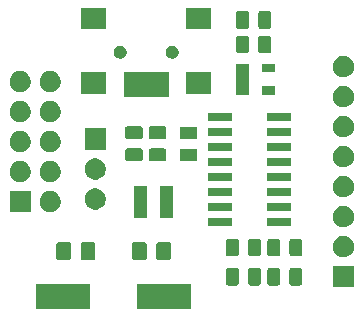
<source format=gbr>
G04 #@! TF.GenerationSoftware,KiCad,Pcbnew,5.1.5-52549c5~84~ubuntu18.04.1*
G04 #@! TF.CreationDate,2019-12-06T09:58:59+01:00*
G04 #@! TF.ProjectId,ch340-breakout,63683334-302d-4627-9265-616b6f75742e,rev?*
G04 #@! TF.SameCoordinates,Original*
G04 #@! TF.FileFunction,Soldermask,Top*
G04 #@! TF.FilePolarity,Negative*
%FSLAX46Y46*%
G04 Gerber Fmt 4.6, Leading zero omitted, Abs format (unit mm)*
G04 Created by KiCad (PCBNEW 5.1.5-52549c5~84~ubuntu18.04.1) date 2019-12-06 09:58:59*
%MOMM*%
%LPD*%
G04 APERTURE LIST*
%ADD10C,0.150000*%
G04 APERTURE END LIST*
D10*
G36*
X157198400Y-84921800D02*
G01*
X152596400Y-84921800D01*
X152596400Y-82819800D01*
X157198400Y-82819800D01*
X157198400Y-84921800D01*
G37*
G36*
X148698400Y-84921800D02*
G01*
X144096400Y-84921800D01*
X144096400Y-82819800D01*
X148698400Y-82819800D01*
X148698400Y-84921800D01*
G37*
G36*
X171004800Y-83120800D02*
G01*
X169202800Y-83120800D01*
X169202800Y-81318800D01*
X171004800Y-81318800D01*
X171004800Y-83120800D01*
G37*
G36*
X162957368Y-81473365D02*
G01*
X162996038Y-81485096D01*
X163031677Y-81504146D01*
X163062917Y-81529783D01*
X163088554Y-81561023D01*
X163107604Y-81596662D01*
X163119335Y-81635332D01*
X163123900Y-81681688D01*
X163123900Y-82757912D01*
X163119335Y-82804268D01*
X163107604Y-82842938D01*
X163088554Y-82878577D01*
X163062917Y-82909817D01*
X163031677Y-82935454D01*
X162996038Y-82954504D01*
X162957368Y-82966235D01*
X162911012Y-82970800D01*
X162259788Y-82970800D01*
X162213432Y-82966235D01*
X162174762Y-82954504D01*
X162139123Y-82935454D01*
X162107883Y-82909817D01*
X162082246Y-82878577D01*
X162063196Y-82842938D01*
X162051465Y-82804268D01*
X162046900Y-82757912D01*
X162046900Y-81681688D01*
X162051465Y-81635332D01*
X162063196Y-81596662D01*
X162082246Y-81561023D01*
X162107883Y-81529783D01*
X162139123Y-81504146D01*
X162174762Y-81485096D01*
X162213432Y-81473365D01*
X162259788Y-81468800D01*
X162911012Y-81468800D01*
X162957368Y-81473365D01*
G37*
G36*
X166457968Y-81473365D02*
G01*
X166496638Y-81485096D01*
X166532277Y-81504146D01*
X166563517Y-81529783D01*
X166589154Y-81561023D01*
X166608204Y-81596662D01*
X166619935Y-81635332D01*
X166624500Y-81681688D01*
X166624500Y-82757912D01*
X166619935Y-82804268D01*
X166608204Y-82842938D01*
X166589154Y-82878577D01*
X166563517Y-82909817D01*
X166532277Y-82935454D01*
X166496638Y-82954504D01*
X166457968Y-82966235D01*
X166411612Y-82970800D01*
X165760388Y-82970800D01*
X165714032Y-82966235D01*
X165675362Y-82954504D01*
X165639723Y-82935454D01*
X165608483Y-82909817D01*
X165582846Y-82878577D01*
X165563796Y-82842938D01*
X165552065Y-82804268D01*
X165547500Y-82757912D01*
X165547500Y-81681688D01*
X165552065Y-81635332D01*
X165563796Y-81596662D01*
X165582846Y-81561023D01*
X165608483Y-81529783D01*
X165639723Y-81504146D01*
X165675362Y-81485096D01*
X165714032Y-81473365D01*
X165760388Y-81468800D01*
X166411612Y-81468800D01*
X166457968Y-81473365D01*
G37*
G36*
X164582968Y-81473365D02*
G01*
X164621638Y-81485096D01*
X164657277Y-81504146D01*
X164688517Y-81529783D01*
X164714154Y-81561023D01*
X164733204Y-81596662D01*
X164744935Y-81635332D01*
X164749500Y-81681688D01*
X164749500Y-82757912D01*
X164744935Y-82804268D01*
X164733204Y-82842938D01*
X164714154Y-82878577D01*
X164688517Y-82909817D01*
X164657277Y-82935454D01*
X164621638Y-82954504D01*
X164582968Y-82966235D01*
X164536612Y-82970800D01*
X163885388Y-82970800D01*
X163839032Y-82966235D01*
X163800362Y-82954504D01*
X163764723Y-82935454D01*
X163733483Y-82909817D01*
X163707846Y-82878577D01*
X163688796Y-82842938D01*
X163677065Y-82804268D01*
X163672500Y-82757912D01*
X163672500Y-81681688D01*
X163677065Y-81635332D01*
X163688796Y-81596662D01*
X163707846Y-81561023D01*
X163733483Y-81529783D01*
X163764723Y-81504146D01*
X163800362Y-81485096D01*
X163839032Y-81473365D01*
X163885388Y-81468800D01*
X164536612Y-81468800D01*
X164582968Y-81473365D01*
G37*
G36*
X161082368Y-81473365D02*
G01*
X161121038Y-81485096D01*
X161156677Y-81504146D01*
X161187917Y-81529783D01*
X161213554Y-81561023D01*
X161232604Y-81596662D01*
X161244335Y-81635332D01*
X161248900Y-81681688D01*
X161248900Y-82757912D01*
X161244335Y-82804268D01*
X161232604Y-82842938D01*
X161213554Y-82878577D01*
X161187917Y-82909817D01*
X161156677Y-82935454D01*
X161121038Y-82954504D01*
X161082368Y-82966235D01*
X161036012Y-82970800D01*
X160384788Y-82970800D01*
X160338432Y-82966235D01*
X160299762Y-82954504D01*
X160264123Y-82935454D01*
X160232883Y-82909817D01*
X160207246Y-82878577D01*
X160188196Y-82842938D01*
X160176465Y-82804268D01*
X160171900Y-82757912D01*
X160171900Y-81681688D01*
X160176465Y-81635332D01*
X160188196Y-81596662D01*
X160207246Y-81561023D01*
X160232883Y-81529783D01*
X160264123Y-81504146D01*
X160299762Y-81485096D01*
X160338432Y-81473365D01*
X160384788Y-81468800D01*
X161036012Y-81468800D01*
X161082368Y-81473365D01*
G37*
G36*
X153302874Y-79314265D02*
G01*
X153340567Y-79325699D01*
X153375303Y-79344266D01*
X153405748Y-79369252D01*
X153430734Y-79399697D01*
X153449301Y-79434433D01*
X153460735Y-79472126D01*
X153465200Y-79517461D01*
X153465200Y-80604139D01*
X153460735Y-80649474D01*
X153449301Y-80687167D01*
X153430734Y-80721903D01*
X153405748Y-80752348D01*
X153375303Y-80777334D01*
X153340567Y-80795901D01*
X153302874Y-80807335D01*
X153257539Y-80811800D01*
X152420861Y-80811800D01*
X152375526Y-80807335D01*
X152337833Y-80795901D01*
X152303097Y-80777334D01*
X152272652Y-80752348D01*
X152247666Y-80721903D01*
X152229099Y-80687167D01*
X152217665Y-80649474D01*
X152213200Y-80604139D01*
X152213200Y-79517461D01*
X152217665Y-79472126D01*
X152229099Y-79434433D01*
X152247666Y-79399697D01*
X152272652Y-79369252D01*
X152303097Y-79344266D01*
X152337833Y-79325699D01*
X152375526Y-79314265D01*
X152420861Y-79309800D01*
X153257539Y-79309800D01*
X153302874Y-79314265D01*
G37*
G36*
X155352874Y-79314265D02*
G01*
X155390567Y-79325699D01*
X155425303Y-79344266D01*
X155455748Y-79369252D01*
X155480734Y-79399697D01*
X155499301Y-79434433D01*
X155510735Y-79472126D01*
X155515200Y-79517461D01*
X155515200Y-80604139D01*
X155510735Y-80649474D01*
X155499301Y-80687167D01*
X155480734Y-80721903D01*
X155455748Y-80752348D01*
X155425303Y-80777334D01*
X155390567Y-80795901D01*
X155352874Y-80807335D01*
X155307539Y-80811800D01*
X154470861Y-80811800D01*
X154425526Y-80807335D01*
X154387833Y-80795901D01*
X154353097Y-80777334D01*
X154322652Y-80752348D01*
X154297666Y-80721903D01*
X154279099Y-80687167D01*
X154267665Y-80649474D01*
X154263200Y-80604139D01*
X154263200Y-79517461D01*
X154267665Y-79472126D01*
X154279099Y-79434433D01*
X154297666Y-79399697D01*
X154322652Y-79369252D01*
X154353097Y-79344266D01*
X154387833Y-79325699D01*
X154425526Y-79314265D01*
X154470861Y-79309800D01*
X155307539Y-79309800D01*
X155352874Y-79314265D01*
G37*
G36*
X148944674Y-79314265D02*
G01*
X148982367Y-79325699D01*
X149017103Y-79344266D01*
X149047548Y-79369252D01*
X149072534Y-79399697D01*
X149091101Y-79434433D01*
X149102535Y-79472126D01*
X149107000Y-79517461D01*
X149107000Y-80604139D01*
X149102535Y-80649474D01*
X149091101Y-80687167D01*
X149072534Y-80721903D01*
X149047548Y-80752348D01*
X149017103Y-80777334D01*
X148982367Y-80795901D01*
X148944674Y-80807335D01*
X148899339Y-80811800D01*
X148062661Y-80811800D01*
X148017326Y-80807335D01*
X147979633Y-80795901D01*
X147944897Y-80777334D01*
X147914452Y-80752348D01*
X147889466Y-80721903D01*
X147870899Y-80687167D01*
X147859465Y-80649474D01*
X147855000Y-80604139D01*
X147855000Y-79517461D01*
X147859465Y-79472126D01*
X147870899Y-79434433D01*
X147889466Y-79399697D01*
X147914452Y-79369252D01*
X147944897Y-79344266D01*
X147979633Y-79325699D01*
X148017326Y-79314265D01*
X148062661Y-79309800D01*
X148899339Y-79309800D01*
X148944674Y-79314265D01*
G37*
G36*
X146894674Y-79314265D02*
G01*
X146932367Y-79325699D01*
X146967103Y-79344266D01*
X146997548Y-79369252D01*
X147022534Y-79399697D01*
X147041101Y-79434433D01*
X147052535Y-79472126D01*
X147057000Y-79517461D01*
X147057000Y-80604139D01*
X147052535Y-80649474D01*
X147041101Y-80687167D01*
X147022534Y-80721903D01*
X146997548Y-80752348D01*
X146967103Y-80777334D01*
X146932367Y-80795901D01*
X146894674Y-80807335D01*
X146849339Y-80811800D01*
X146012661Y-80811800D01*
X145967326Y-80807335D01*
X145929633Y-80795901D01*
X145894897Y-80777334D01*
X145864452Y-80752348D01*
X145839466Y-80721903D01*
X145820899Y-80687167D01*
X145809465Y-80649474D01*
X145805000Y-80604139D01*
X145805000Y-79517461D01*
X145809465Y-79472126D01*
X145820899Y-79434433D01*
X145839466Y-79399697D01*
X145864452Y-79369252D01*
X145894897Y-79344266D01*
X145929633Y-79325699D01*
X145967326Y-79314265D01*
X146012661Y-79309800D01*
X146849339Y-79309800D01*
X146894674Y-79314265D01*
G37*
G36*
X170217312Y-78783727D02*
G01*
X170366612Y-78813424D01*
X170530584Y-78881344D01*
X170678154Y-78979947D01*
X170803653Y-79105446D01*
X170902256Y-79253016D01*
X170970176Y-79416988D01*
X171004800Y-79591059D01*
X171004800Y-79768541D01*
X170970176Y-79942612D01*
X170902256Y-80106584D01*
X170803653Y-80254154D01*
X170678154Y-80379653D01*
X170530584Y-80478256D01*
X170366612Y-80546176D01*
X170217312Y-80575873D01*
X170192542Y-80580800D01*
X170015058Y-80580800D01*
X169990288Y-80575873D01*
X169840988Y-80546176D01*
X169677016Y-80478256D01*
X169529446Y-80379653D01*
X169403947Y-80254154D01*
X169305344Y-80106584D01*
X169237424Y-79942612D01*
X169202800Y-79768541D01*
X169202800Y-79591059D01*
X169237424Y-79416988D01*
X169305344Y-79253016D01*
X169403947Y-79105446D01*
X169529446Y-78979947D01*
X169677016Y-78881344D01*
X169840988Y-78813424D01*
X169990288Y-78783727D01*
X170015058Y-78778800D01*
X170192542Y-78778800D01*
X170217312Y-78783727D01*
G37*
G36*
X164582968Y-79009565D02*
G01*
X164621638Y-79021296D01*
X164657277Y-79040346D01*
X164688517Y-79065983D01*
X164714154Y-79097223D01*
X164733204Y-79132862D01*
X164744935Y-79171532D01*
X164749500Y-79217888D01*
X164749500Y-80294112D01*
X164744935Y-80340468D01*
X164733204Y-80379138D01*
X164714154Y-80414777D01*
X164688517Y-80446017D01*
X164657277Y-80471654D01*
X164621638Y-80490704D01*
X164582968Y-80502435D01*
X164536612Y-80507000D01*
X163885388Y-80507000D01*
X163839032Y-80502435D01*
X163800362Y-80490704D01*
X163764723Y-80471654D01*
X163733483Y-80446017D01*
X163707846Y-80414777D01*
X163688796Y-80379138D01*
X163677065Y-80340468D01*
X163672500Y-80294112D01*
X163672500Y-79217888D01*
X163677065Y-79171532D01*
X163688796Y-79132862D01*
X163707846Y-79097223D01*
X163733483Y-79065983D01*
X163764723Y-79040346D01*
X163800362Y-79021296D01*
X163839032Y-79009565D01*
X163885388Y-79005000D01*
X164536612Y-79005000D01*
X164582968Y-79009565D01*
G37*
G36*
X161082368Y-79009565D02*
G01*
X161121038Y-79021296D01*
X161156677Y-79040346D01*
X161187917Y-79065983D01*
X161213554Y-79097223D01*
X161232604Y-79132862D01*
X161244335Y-79171532D01*
X161248900Y-79217888D01*
X161248900Y-80294112D01*
X161244335Y-80340468D01*
X161232604Y-80379138D01*
X161213554Y-80414777D01*
X161187917Y-80446017D01*
X161156677Y-80471654D01*
X161121038Y-80490704D01*
X161082368Y-80502435D01*
X161036012Y-80507000D01*
X160384788Y-80507000D01*
X160338432Y-80502435D01*
X160299762Y-80490704D01*
X160264123Y-80471654D01*
X160232883Y-80446017D01*
X160207246Y-80414777D01*
X160188196Y-80379138D01*
X160176465Y-80340468D01*
X160171900Y-80294112D01*
X160171900Y-79217888D01*
X160176465Y-79171532D01*
X160188196Y-79132862D01*
X160207246Y-79097223D01*
X160232883Y-79065983D01*
X160264123Y-79040346D01*
X160299762Y-79021296D01*
X160338432Y-79009565D01*
X160384788Y-79005000D01*
X161036012Y-79005000D01*
X161082368Y-79009565D01*
G37*
G36*
X162957368Y-79009565D02*
G01*
X162996038Y-79021296D01*
X163031677Y-79040346D01*
X163062917Y-79065983D01*
X163088554Y-79097223D01*
X163107604Y-79132862D01*
X163119335Y-79171532D01*
X163123900Y-79217888D01*
X163123900Y-80294112D01*
X163119335Y-80340468D01*
X163107604Y-80379138D01*
X163088554Y-80414777D01*
X163062917Y-80446017D01*
X163031677Y-80471654D01*
X162996038Y-80490704D01*
X162957368Y-80502435D01*
X162911012Y-80507000D01*
X162259788Y-80507000D01*
X162213432Y-80502435D01*
X162174762Y-80490704D01*
X162139123Y-80471654D01*
X162107883Y-80446017D01*
X162082246Y-80414777D01*
X162063196Y-80379138D01*
X162051465Y-80340468D01*
X162046900Y-80294112D01*
X162046900Y-79217888D01*
X162051465Y-79171532D01*
X162063196Y-79132862D01*
X162082246Y-79097223D01*
X162107883Y-79065983D01*
X162139123Y-79040346D01*
X162174762Y-79021296D01*
X162213432Y-79009565D01*
X162259788Y-79005000D01*
X162911012Y-79005000D01*
X162957368Y-79009565D01*
G37*
G36*
X166457968Y-79009565D02*
G01*
X166496638Y-79021296D01*
X166532277Y-79040346D01*
X166563517Y-79065983D01*
X166589154Y-79097223D01*
X166608204Y-79132862D01*
X166619935Y-79171532D01*
X166624500Y-79217888D01*
X166624500Y-80294112D01*
X166619935Y-80340468D01*
X166608204Y-80379138D01*
X166589154Y-80414777D01*
X166563517Y-80446017D01*
X166532277Y-80471654D01*
X166496638Y-80490704D01*
X166457968Y-80502435D01*
X166411612Y-80507000D01*
X165760388Y-80507000D01*
X165714032Y-80502435D01*
X165675362Y-80490704D01*
X165639723Y-80471654D01*
X165608483Y-80446017D01*
X165582846Y-80414777D01*
X165563796Y-80379138D01*
X165552065Y-80340468D01*
X165547500Y-80294112D01*
X165547500Y-79217888D01*
X165552065Y-79171532D01*
X165563796Y-79132862D01*
X165582846Y-79097223D01*
X165608483Y-79065983D01*
X165639723Y-79040346D01*
X165675362Y-79021296D01*
X165714032Y-79009565D01*
X165760388Y-79005000D01*
X166411612Y-79005000D01*
X166457968Y-79009565D01*
G37*
G36*
X170217312Y-76243727D02*
G01*
X170366612Y-76273424D01*
X170530584Y-76341344D01*
X170678154Y-76439947D01*
X170803653Y-76565446D01*
X170902256Y-76713016D01*
X170970176Y-76876988D01*
X170999873Y-77026288D01*
X171004800Y-77051058D01*
X171004800Y-77228542D01*
X171000657Y-77249372D01*
X170970176Y-77402612D01*
X170902256Y-77566584D01*
X170803653Y-77714154D01*
X170678154Y-77839653D01*
X170530584Y-77938256D01*
X170366612Y-78006176D01*
X170217312Y-78035873D01*
X170192542Y-78040800D01*
X170015058Y-78040800D01*
X169990288Y-78035873D01*
X169840988Y-78006176D01*
X169677016Y-77938256D01*
X169529446Y-77839653D01*
X169403947Y-77714154D01*
X169305344Y-77566584D01*
X169237424Y-77402612D01*
X169206943Y-77249372D01*
X169202800Y-77228542D01*
X169202800Y-77051058D01*
X169207727Y-77026288D01*
X169237424Y-76876988D01*
X169305344Y-76713016D01*
X169403947Y-76565446D01*
X169529446Y-76439947D01*
X169677016Y-76341344D01*
X169840988Y-76273424D01*
X169990288Y-76243727D01*
X170015058Y-76238800D01*
X170192542Y-76238800D01*
X170217312Y-76243727D01*
G37*
G36*
X160613528Y-77248764D02*
G01*
X160634609Y-77255160D01*
X160654045Y-77265548D01*
X160671076Y-77279524D01*
X160685052Y-77296555D01*
X160695440Y-77315991D01*
X160701836Y-77337072D01*
X160704600Y-77365140D01*
X160704600Y-77828860D01*
X160701836Y-77856928D01*
X160695440Y-77878009D01*
X160685052Y-77897445D01*
X160671076Y-77914476D01*
X160654045Y-77928452D01*
X160634609Y-77938840D01*
X160613528Y-77945236D01*
X160585460Y-77948000D01*
X158771740Y-77948000D01*
X158743672Y-77945236D01*
X158722591Y-77938840D01*
X158703155Y-77928452D01*
X158686124Y-77914476D01*
X158672148Y-77897445D01*
X158661760Y-77878009D01*
X158655364Y-77856928D01*
X158652600Y-77828860D01*
X158652600Y-77365140D01*
X158655364Y-77337072D01*
X158661760Y-77315991D01*
X158672148Y-77296555D01*
X158686124Y-77279524D01*
X158703155Y-77265548D01*
X158722591Y-77255160D01*
X158743672Y-77248764D01*
X158771740Y-77246000D01*
X160585460Y-77246000D01*
X160613528Y-77248764D01*
G37*
G36*
X165563528Y-77248764D02*
G01*
X165584609Y-77255160D01*
X165604045Y-77265548D01*
X165621076Y-77279524D01*
X165635052Y-77296555D01*
X165645440Y-77315991D01*
X165651836Y-77337072D01*
X165654600Y-77365140D01*
X165654600Y-77828860D01*
X165651836Y-77856928D01*
X165645440Y-77878009D01*
X165635052Y-77897445D01*
X165621076Y-77914476D01*
X165604045Y-77928452D01*
X165584609Y-77938840D01*
X165563528Y-77945236D01*
X165535460Y-77948000D01*
X163721740Y-77948000D01*
X163693672Y-77945236D01*
X163672591Y-77938840D01*
X163653155Y-77928452D01*
X163636124Y-77914476D01*
X163622148Y-77897445D01*
X163611760Y-77878009D01*
X163605364Y-77856928D01*
X163602600Y-77828860D01*
X163602600Y-77365140D01*
X163605364Y-77337072D01*
X163611760Y-77315991D01*
X163622148Y-77296555D01*
X163636124Y-77279524D01*
X163653155Y-77265548D01*
X163672591Y-77255160D01*
X163693672Y-77248764D01*
X163721740Y-77246000D01*
X165535460Y-77246000D01*
X165563528Y-77248764D01*
G37*
G36*
X155724200Y-77231400D02*
G01*
X154562200Y-77231400D01*
X154562200Y-74579400D01*
X155724200Y-74579400D01*
X155724200Y-77231400D01*
G37*
G36*
X153524200Y-77231400D02*
G01*
X152362200Y-77231400D01*
X152362200Y-74579400D01*
X153524200Y-74579400D01*
X153524200Y-77231400D01*
G37*
G36*
X143649000Y-76770800D02*
G01*
X141847000Y-76770800D01*
X141847000Y-74968800D01*
X143649000Y-74968800D01*
X143649000Y-76770800D01*
G37*
G36*
X145401512Y-74973727D02*
G01*
X145550812Y-75003424D01*
X145714784Y-75071344D01*
X145862354Y-75169947D01*
X145987853Y-75295446D01*
X146086456Y-75443016D01*
X146154376Y-75606988D01*
X146178832Y-75729941D01*
X146189000Y-75781058D01*
X146189000Y-75958542D01*
X146184857Y-75979372D01*
X146154376Y-76132612D01*
X146086456Y-76296584D01*
X145987853Y-76444154D01*
X145862354Y-76569653D01*
X145714784Y-76668256D01*
X145550812Y-76736176D01*
X145401512Y-76765873D01*
X145376742Y-76770800D01*
X145199258Y-76770800D01*
X145174488Y-76765873D01*
X145025188Y-76736176D01*
X144861216Y-76668256D01*
X144713646Y-76569653D01*
X144588147Y-76444154D01*
X144489544Y-76296584D01*
X144421624Y-76132612D01*
X144391143Y-75979372D01*
X144387000Y-75958542D01*
X144387000Y-75781058D01*
X144397168Y-75729941D01*
X144421624Y-75606988D01*
X144489544Y-75443016D01*
X144588147Y-75295446D01*
X144713646Y-75169947D01*
X144861216Y-75071344D01*
X145025188Y-75003424D01*
X145174488Y-74973727D01*
X145199258Y-74968800D01*
X145376742Y-74968800D01*
X145401512Y-74973727D01*
G37*
G36*
X165563528Y-75978764D02*
G01*
X165584609Y-75985160D01*
X165604045Y-75995548D01*
X165621076Y-76009524D01*
X165635052Y-76026555D01*
X165645440Y-76045991D01*
X165651836Y-76067072D01*
X165654600Y-76095140D01*
X165654600Y-76558860D01*
X165651836Y-76586928D01*
X165645440Y-76608009D01*
X165635052Y-76627445D01*
X165621076Y-76644476D01*
X165604045Y-76658452D01*
X165584609Y-76668840D01*
X165563528Y-76675236D01*
X165535460Y-76678000D01*
X163721740Y-76678000D01*
X163693672Y-76675236D01*
X163672591Y-76668840D01*
X163653155Y-76658452D01*
X163636124Y-76644476D01*
X163622148Y-76627445D01*
X163611760Y-76608009D01*
X163605364Y-76586928D01*
X163602600Y-76558860D01*
X163602600Y-76095140D01*
X163605364Y-76067072D01*
X163611760Y-76045991D01*
X163622148Y-76026555D01*
X163636124Y-76009524D01*
X163653155Y-75995548D01*
X163672591Y-75985160D01*
X163693672Y-75978764D01*
X163721740Y-75976000D01*
X165535460Y-75976000D01*
X165563528Y-75978764D01*
G37*
G36*
X160613528Y-75978764D02*
G01*
X160634609Y-75985160D01*
X160654045Y-75995548D01*
X160671076Y-76009524D01*
X160685052Y-76026555D01*
X160695440Y-76045991D01*
X160701836Y-76067072D01*
X160704600Y-76095140D01*
X160704600Y-76558860D01*
X160701836Y-76586928D01*
X160695440Y-76608009D01*
X160685052Y-76627445D01*
X160671076Y-76644476D01*
X160654045Y-76658452D01*
X160634609Y-76668840D01*
X160613528Y-76675236D01*
X160585460Y-76678000D01*
X158771740Y-76678000D01*
X158743672Y-76675236D01*
X158722591Y-76668840D01*
X158703155Y-76658452D01*
X158686124Y-76644476D01*
X158672148Y-76627445D01*
X158661760Y-76608009D01*
X158655364Y-76586928D01*
X158652600Y-76558860D01*
X158652600Y-76095140D01*
X158655364Y-76067072D01*
X158661760Y-76045991D01*
X158672148Y-76026555D01*
X158686124Y-76009524D01*
X158703155Y-75995548D01*
X158722591Y-75985160D01*
X158743672Y-75978764D01*
X158771740Y-75976000D01*
X160585460Y-75976000D01*
X160613528Y-75978764D01*
G37*
G36*
X149211512Y-74745127D02*
G01*
X149360812Y-74774824D01*
X149524784Y-74842744D01*
X149672354Y-74941347D01*
X149797853Y-75066846D01*
X149896456Y-75214416D01*
X149964376Y-75378388D01*
X149999000Y-75552459D01*
X149999000Y-75729941D01*
X149964376Y-75904012D01*
X149896456Y-76067984D01*
X149797853Y-76215554D01*
X149672354Y-76341053D01*
X149524784Y-76439656D01*
X149360812Y-76507576D01*
X149214201Y-76536738D01*
X149186742Y-76542200D01*
X149009258Y-76542200D01*
X148981799Y-76536738D01*
X148835188Y-76507576D01*
X148671216Y-76439656D01*
X148523646Y-76341053D01*
X148398147Y-76215554D01*
X148299544Y-76067984D01*
X148231624Y-75904012D01*
X148197000Y-75729941D01*
X148197000Y-75552459D01*
X148231624Y-75378388D01*
X148299544Y-75214416D01*
X148398147Y-75066846D01*
X148523646Y-74941347D01*
X148671216Y-74842744D01*
X148835188Y-74774824D01*
X148984488Y-74745127D01*
X149009258Y-74740200D01*
X149186742Y-74740200D01*
X149211512Y-74745127D01*
G37*
G36*
X170217312Y-73703727D02*
G01*
X170366612Y-73733424D01*
X170530584Y-73801344D01*
X170678154Y-73899947D01*
X170803653Y-74025446D01*
X170902256Y-74173016D01*
X170970176Y-74336988D01*
X170999873Y-74486288D01*
X171004800Y-74511058D01*
X171004800Y-74688542D01*
X171000657Y-74709372D01*
X170970176Y-74862612D01*
X170902256Y-75026584D01*
X170803653Y-75174154D01*
X170678154Y-75299653D01*
X170530584Y-75398256D01*
X170366612Y-75466176D01*
X170217312Y-75495873D01*
X170192542Y-75500800D01*
X170015058Y-75500800D01*
X169990288Y-75495873D01*
X169840988Y-75466176D01*
X169677016Y-75398256D01*
X169529446Y-75299653D01*
X169403947Y-75174154D01*
X169305344Y-75026584D01*
X169237424Y-74862612D01*
X169206943Y-74709372D01*
X169202800Y-74688542D01*
X169202800Y-74511058D01*
X169207727Y-74486288D01*
X169237424Y-74336988D01*
X169305344Y-74173016D01*
X169403947Y-74025446D01*
X169529446Y-73899947D01*
X169677016Y-73801344D01*
X169840988Y-73733424D01*
X169990288Y-73703727D01*
X170015058Y-73698800D01*
X170192542Y-73698800D01*
X170217312Y-73703727D01*
G37*
G36*
X165563528Y-74708764D02*
G01*
X165584609Y-74715160D01*
X165604045Y-74725548D01*
X165621076Y-74739524D01*
X165635052Y-74756555D01*
X165645440Y-74775991D01*
X165651836Y-74797072D01*
X165654600Y-74825140D01*
X165654600Y-75288860D01*
X165651836Y-75316928D01*
X165645440Y-75338009D01*
X165635052Y-75357445D01*
X165621076Y-75374476D01*
X165604045Y-75388452D01*
X165584609Y-75398840D01*
X165563528Y-75405236D01*
X165535460Y-75408000D01*
X163721740Y-75408000D01*
X163693672Y-75405236D01*
X163672591Y-75398840D01*
X163653155Y-75388452D01*
X163636124Y-75374476D01*
X163622148Y-75357445D01*
X163611760Y-75338009D01*
X163605364Y-75316928D01*
X163602600Y-75288860D01*
X163602600Y-74825140D01*
X163605364Y-74797072D01*
X163611760Y-74775991D01*
X163622148Y-74756555D01*
X163636124Y-74739524D01*
X163653155Y-74725548D01*
X163672591Y-74715160D01*
X163693672Y-74708764D01*
X163721740Y-74706000D01*
X165535460Y-74706000D01*
X165563528Y-74708764D01*
G37*
G36*
X160613528Y-74708764D02*
G01*
X160634609Y-74715160D01*
X160654045Y-74725548D01*
X160671076Y-74739524D01*
X160685052Y-74756555D01*
X160695440Y-74775991D01*
X160701836Y-74797072D01*
X160704600Y-74825140D01*
X160704600Y-75288860D01*
X160701836Y-75316928D01*
X160695440Y-75338009D01*
X160685052Y-75357445D01*
X160671076Y-75374476D01*
X160654045Y-75388452D01*
X160634609Y-75398840D01*
X160613528Y-75405236D01*
X160585460Y-75408000D01*
X158771740Y-75408000D01*
X158743672Y-75405236D01*
X158722591Y-75398840D01*
X158703155Y-75388452D01*
X158686124Y-75374476D01*
X158672148Y-75357445D01*
X158661760Y-75338009D01*
X158655364Y-75316928D01*
X158652600Y-75288860D01*
X158652600Y-74825140D01*
X158655364Y-74797072D01*
X158661760Y-74775991D01*
X158672148Y-74756555D01*
X158686124Y-74739524D01*
X158703155Y-74725548D01*
X158722591Y-74715160D01*
X158743672Y-74708764D01*
X158771740Y-74706000D01*
X160585460Y-74706000D01*
X160613528Y-74708764D01*
G37*
G36*
X145401512Y-72433727D02*
G01*
X145550812Y-72463424D01*
X145714784Y-72531344D01*
X145862354Y-72629947D01*
X145987853Y-72755446D01*
X146086456Y-72903016D01*
X146154376Y-73066988D01*
X146178832Y-73189941D01*
X146189000Y-73241058D01*
X146189000Y-73418542D01*
X146184857Y-73439372D01*
X146154376Y-73592612D01*
X146086456Y-73756584D01*
X145987853Y-73904154D01*
X145862354Y-74029653D01*
X145714784Y-74128256D01*
X145550812Y-74196176D01*
X145401512Y-74225873D01*
X145376742Y-74230800D01*
X145199258Y-74230800D01*
X145174488Y-74225873D01*
X145025188Y-74196176D01*
X144861216Y-74128256D01*
X144713646Y-74029653D01*
X144588147Y-73904154D01*
X144489544Y-73756584D01*
X144421624Y-73592612D01*
X144391143Y-73439372D01*
X144387000Y-73418542D01*
X144387000Y-73241058D01*
X144397168Y-73189941D01*
X144421624Y-73066988D01*
X144489544Y-72903016D01*
X144588147Y-72755446D01*
X144713646Y-72629947D01*
X144861216Y-72531344D01*
X145025188Y-72463424D01*
X145174488Y-72433727D01*
X145199258Y-72428800D01*
X145376742Y-72428800D01*
X145401512Y-72433727D01*
G37*
G36*
X142861512Y-72433727D02*
G01*
X143010812Y-72463424D01*
X143174784Y-72531344D01*
X143322354Y-72629947D01*
X143447853Y-72755446D01*
X143546456Y-72903016D01*
X143614376Y-73066988D01*
X143638832Y-73189941D01*
X143649000Y-73241058D01*
X143649000Y-73418542D01*
X143644857Y-73439372D01*
X143614376Y-73592612D01*
X143546456Y-73756584D01*
X143447853Y-73904154D01*
X143322354Y-74029653D01*
X143174784Y-74128256D01*
X143010812Y-74196176D01*
X142861512Y-74225873D01*
X142836742Y-74230800D01*
X142659258Y-74230800D01*
X142634488Y-74225873D01*
X142485188Y-74196176D01*
X142321216Y-74128256D01*
X142173646Y-74029653D01*
X142048147Y-73904154D01*
X141949544Y-73756584D01*
X141881624Y-73592612D01*
X141851143Y-73439372D01*
X141847000Y-73418542D01*
X141847000Y-73241058D01*
X141857168Y-73189941D01*
X141881624Y-73066988D01*
X141949544Y-72903016D01*
X142048147Y-72755446D01*
X142173646Y-72629947D01*
X142321216Y-72531344D01*
X142485188Y-72463424D01*
X142634488Y-72433727D01*
X142659258Y-72428800D01*
X142836742Y-72428800D01*
X142861512Y-72433727D01*
G37*
G36*
X160613528Y-73438764D02*
G01*
X160634609Y-73445160D01*
X160654045Y-73455548D01*
X160671076Y-73469524D01*
X160685052Y-73486555D01*
X160695440Y-73505991D01*
X160701836Y-73527072D01*
X160704600Y-73555140D01*
X160704600Y-74018860D01*
X160701836Y-74046928D01*
X160695440Y-74068009D01*
X160685052Y-74087445D01*
X160671076Y-74104476D01*
X160654045Y-74118452D01*
X160634609Y-74128840D01*
X160613528Y-74135236D01*
X160585460Y-74138000D01*
X158771740Y-74138000D01*
X158743672Y-74135236D01*
X158722591Y-74128840D01*
X158703155Y-74118452D01*
X158686124Y-74104476D01*
X158672148Y-74087445D01*
X158661760Y-74068009D01*
X158655364Y-74046928D01*
X158652600Y-74018860D01*
X158652600Y-73555140D01*
X158655364Y-73527072D01*
X158661760Y-73505991D01*
X158672148Y-73486555D01*
X158686124Y-73469524D01*
X158703155Y-73455548D01*
X158722591Y-73445160D01*
X158743672Y-73438764D01*
X158771740Y-73436000D01*
X160585460Y-73436000D01*
X160613528Y-73438764D01*
G37*
G36*
X165563528Y-73438764D02*
G01*
X165584609Y-73445160D01*
X165604045Y-73455548D01*
X165621076Y-73469524D01*
X165635052Y-73486555D01*
X165645440Y-73505991D01*
X165651836Y-73527072D01*
X165654600Y-73555140D01*
X165654600Y-74018860D01*
X165651836Y-74046928D01*
X165645440Y-74068009D01*
X165635052Y-74087445D01*
X165621076Y-74104476D01*
X165604045Y-74118452D01*
X165584609Y-74128840D01*
X165563528Y-74135236D01*
X165535460Y-74138000D01*
X163721740Y-74138000D01*
X163693672Y-74135236D01*
X163672591Y-74128840D01*
X163653155Y-74118452D01*
X163636124Y-74104476D01*
X163622148Y-74087445D01*
X163611760Y-74068009D01*
X163605364Y-74046928D01*
X163602600Y-74018860D01*
X163602600Y-73555140D01*
X163605364Y-73527072D01*
X163611760Y-73505991D01*
X163622148Y-73486555D01*
X163636124Y-73469524D01*
X163653155Y-73455548D01*
X163672591Y-73445160D01*
X163693672Y-73438764D01*
X163721740Y-73436000D01*
X165535460Y-73436000D01*
X165563528Y-73438764D01*
G37*
G36*
X149196042Y-72202050D02*
G01*
X149360812Y-72234824D01*
X149524784Y-72302744D01*
X149672354Y-72401347D01*
X149797853Y-72526846D01*
X149896456Y-72674416D01*
X149964376Y-72838388D01*
X149999000Y-73012459D01*
X149999000Y-73189941D01*
X149964376Y-73364012D01*
X149896456Y-73527984D01*
X149797853Y-73675554D01*
X149672354Y-73801053D01*
X149524784Y-73899656D01*
X149360812Y-73967576D01*
X149214201Y-73996738D01*
X149186742Y-74002200D01*
X149009258Y-74002200D01*
X148981799Y-73996738D01*
X148835188Y-73967576D01*
X148671216Y-73899656D01*
X148523646Y-73801053D01*
X148398147Y-73675554D01*
X148299544Y-73527984D01*
X148231624Y-73364012D01*
X148197000Y-73189941D01*
X148197000Y-73012459D01*
X148231624Y-72838388D01*
X148299544Y-72674416D01*
X148398147Y-72526846D01*
X148523646Y-72401347D01*
X148671216Y-72302744D01*
X148835188Y-72234824D01*
X148999958Y-72202050D01*
X149009258Y-72200200D01*
X149186742Y-72200200D01*
X149196042Y-72202050D01*
G37*
G36*
X170217312Y-71163727D02*
G01*
X170366612Y-71193424D01*
X170530584Y-71261344D01*
X170678154Y-71359947D01*
X170803653Y-71485446D01*
X170902256Y-71633016D01*
X170970176Y-71796988D01*
X170999873Y-71946288D01*
X171004800Y-71971058D01*
X171004800Y-72148542D01*
X171000657Y-72169372D01*
X170970176Y-72322612D01*
X170902256Y-72486584D01*
X170803653Y-72634154D01*
X170678154Y-72759653D01*
X170530584Y-72858256D01*
X170366612Y-72926176D01*
X170217312Y-72955873D01*
X170192542Y-72960800D01*
X170015058Y-72960800D01*
X169990288Y-72955873D01*
X169840988Y-72926176D01*
X169677016Y-72858256D01*
X169529446Y-72759653D01*
X169403947Y-72634154D01*
X169305344Y-72486584D01*
X169237424Y-72322612D01*
X169206943Y-72169372D01*
X169202800Y-72148542D01*
X169202800Y-71971058D01*
X169207727Y-71946288D01*
X169237424Y-71796988D01*
X169305344Y-71633016D01*
X169403947Y-71485446D01*
X169529446Y-71359947D01*
X169677016Y-71261344D01*
X169840988Y-71193424D01*
X169990288Y-71163727D01*
X170015058Y-71158800D01*
X170192542Y-71158800D01*
X170217312Y-71163727D01*
G37*
G36*
X165563528Y-72168764D02*
G01*
X165584609Y-72175160D01*
X165604045Y-72185548D01*
X165621076Y-72199524D01*
X165635052Y-72216555D01*
X165645440Y-72235991D01*
X165651836Y-72257072D01*
X165654600Y-72285140D01*
X165654600Y-72748860D01*
X165651836Y-72776928D01*
X165645440Y-72798009D01*
X165635052Y-72817445D01*
X165621076Y-72834476D01*
X165604045Y-72848452D01*
X165584609Y-72858840D01*
X165563528Y-72865236D01*
X165535460Y-72868000D01*
X163721740Y-72868000D01*
X163693672Y-72865236D01*
X163672591Y-72858840D01*
X163653155Y-72848452D01*
X163636124Y-72834476D01*
X163622148Y-72817445D01*
X163611760Y-72798009D01*
X163605364Y-72776928D01*
X163602600Y-72748860D01*
X163602600Y-72285140D01*
X163605364Y-72257072D01*
X163611760Y-72235991D01*
X163622148Y-72216555D01*
X163636124Y-72199524D01*
X163653155Y-72185548D01*
X163672591Y-72175160D01*
X163693672Y-72168764D01*
X163721740Y-72166000D01*
X165535460Y-72166000D01*
X165563528Y-72168764D01*
G37*
G36*
X160613528Y-72168764D02*
G01*
X160634609Y-72175160D01*
X160654045Y-72185548D01*
X160671076Y-72199524D01*
X160685052Y-72216555D01*
X160695440Y-72235991D01*
X160701836Y-72257072D01*
X160704600Y-72285140D01*
X160704600Y-72748860D01*
X160701836Y-72776928D01*
X160695440Y-72798009D01*
X160685052Y-72817445D01*
X160671076Y-72834476D01*
X160654045Y-72848452D01*
X160634609Y-72858840D01*
X160613528Y-72865236D01*
X160585460Y-72868000D01*
X158771740Y-72868000D01*
X158743672Y-72865236D01*
X158722591Y-72858840D01*
X158703155Y-72848452D01*
X158686124Y-72834476D01*
X158672148Y-72817445D01*
X158661760Y-72798009D01*
X158655364Y-72776928D01*
X158652600Y-72748860D01*
X158652600Y-72285140D01*
X158655364Y-72257072D01*
X158661760Y-72235991D01*
X158672148Y-72216555D01*
X158686124Y-72199524D01*
X158703155Y-72185548D01*
X158722591Y-72175160D01*
X158743672Y-72168764D01*
X158771740Y-72166000D01*
X160585460Y-72166000D01*
X160613528Y-72168764D01*
G37*
G36*
X157581868Y-71398865D02*
G01*
X157620538Y-71410596D01*
X157656177Y-71429646D01*
X157687417Y-71455283D01*
X157713054Y-71486523D01*
X157732104Y-71522162D01*
X157743835Y-71560832D01*
X157748400Y-71607188D01*
X157748400Y-72258412D01*
X157743835Y-72304768D01*
X157732104Y-72343438D01*
X157713054Y-72379077D01*
X157687417Y-72410317D01*
X157656177Y-72435954D01*
X157620538Y-72455004D01*
X157581868Y-72466735D01*
X157535512Y-72471300D01*
X156459288Y-72471300D01*
X156412932Y-72466735D01*
X156374262Y-72455004D01*
X156338623Y-72435954D01*
X156307383Y-72410317D01*
X156281746Y-72379077D01*
X156262696Y-72343438D01*
X156250965Y-72304768D01*
X156246400Y-72258412D01*
X156246400Y-71607188D01*
X156250965Y-71560832D01*
X156262696Y-71522162D01*
X156281746Y-71486523D01*
X156307383Y-71455283D01*
X156338623Y-71429646D01*
X156374262Y-71410596D01*
X156412932Y-71398865D01*
X156459288Y-71394300D01*
X157535512Y-71394300D01*
X157581868Y-71398865D01*
G37*
G36*
X154965668Y-71368865D02*
G01*
X155004338Y-71380596D01*
X155039977Y-71399646D01*
X155071217Y-71425283D01*
X155096854Y-71456523D01*
X155115904Y-71492162D01*
X155127635Y-71530832D01*
X155132200Y-71577188D01*
X155132200Y-72228412D01*
X155127635Y-72274768D01*
X155115904Y-72313438D01*
X155096854Y-72349077D01*
X155071217Y-72380317D01*
X155039977Y-72405954D01*
X155004338Y-72425004D01*
X154965668Y-72436735D01*
X154919312Y-72441300D01*
X153843088Y-72441300D01*
X153796732Y-72436735D01*
X153758062Y-72425004D01*
X153722423Y-72405954D01*
X153691183Y-72380317D01*
X153665546Y-72349077D01*
X153646496Y-72313438D01*
X153634765Y-72274768D01*
X153630200Y-72228412D01*
X153630200Y-71577188D01*
X153634765Y-71530832D01*
X153646496Y-71492162D01*
X153665546Y-71456523D01*
X153691183Y-71425283D01*
X153722423Y-71399646D01*
X153758062Y-71380596D01*
X153796732Y-71368865D01*
X153843088Y-71364300D01*
X154919312Y-71364300D01*
X154965668Y-71368865D01*
G37*
G36*
X152959068Y-71368865D02*
G01*
X152997738Y-71380596D01*
X153033377Y-71399646D01*
X153064617Y-71425283D01*
X153090254Y-71456523D01*
X153109304Y-71492162D01*
X153121035Y-71530832D01*
X153125600Y-71577188D01*
X153125600Y-72228412D01*
X153121035Y-72274768D01*
X153109304Y-72313438D01*
X153090254Y-72349077D01*
X153064617Y-72380317D01*
X153033377Y-72405954D01*
X152997738Y-72425004D01*
X152959068Y-72436735D01*
X152912712Y-72441300D01*
X151836488Y-72441300D01*
X151790132Y-72436735D01*
X151751462Y-72425004D01*
X151715823Y-72405954D01*
X151684583Y-72380317D01*
X151658946Y-72349077D01*
X151639896Y-72313438D01*
X151628165Y-72274768D01*
X151623600Y-72228412D01*
X151623600Y-71577188D01*
X151628165Y-71530832D01*
X151639896Y-71492162D01*
X151658946Y-71456523D01*
X151684583Y-71425283D01*
X151715823Y-71399646D01*
X151751462Y-71380596D01*
X151790132Y-71368865D01*
X151836488Y-71364300D01*
X152912712Y-71364300D01*
X152959068Y-71368865D01*
G37*
G36*
X142861512Y-69893727D02*
G01*
X143010812Y-69923424D01*
X143174784Y-69991344D01*
X143322354Y-70089947D01*
X143447853Y-70215446D01*
X143546456Y-70363016D01*
X143614376Y-70526988D01*
X143644073Y-70676288D01*
X143649000Y-70701058D01*
X143649000Y-70878542D01*
X143644857Y-70899372D01*
X143614376Y-71052612D01*
X143546456Y-71216584D01*
X143447853Y-71364154D01*
X143322354Y-71489653D01*
X143174784Y-71588256D01*
X143010812Y-71656176D01*
X142861512Y-71685873D01*
X142836742Y-71690800D01*
X142659258Y-71690800D01*
X142634488Y-71685873D01*
X142485188Y-71656176D01*
X142321216Y-71588256D01*
X142173646Y-71489653D01*
X142048147Y-71364154D01*
X141949544Y-71216584D01*
X141881624Y-71052612D01*
X141851143Y-70899372D01*
X141847000Y-70878542D01*
X141847000Y-70701058D01*
X141851927Y-70676288D01*
X141881624Y-70526988D01*
X141949544Y-70363016D01*
X142048147Y-70215446D01*
X142173646Y-70089947D01*
X142321216Y-69991344D01*
X142485188Y-69923424D01*
X142634488Y-69893727D01*
X142659258Y-69888800D01*
X142836742Y-69888800D01*
X142861512Y-69893727D01*
G37*
G36*
X145401512Y-69893727D02*
G01*
X145550812Y-69923424D01*
X145714784Y-69991344D01*
X145862354Y-70089947D01*
X145987853Y-70215446D01*
X146086456Y-70363016D01*
X146154376Y-70526988D01*
X146184073Y-70676288D01*
X146189000Y-70701058D01*
X146189000Y-70878542D01*
X146184857Y-70899372D01*
X146154376Y-71052612D01*
X146086456Y-71216584D01*
X145987853Y-71364154D01*
X145862354Y-71489653D01*
X145714784Y-71588256D01*
X145550812Y-71656176D01*
X145401512Y-71685873D01*
X145376742Y-71690800D01*
X145199258Y-71690800D01*
X145174488Y-71685873D01*
X145025188Y-71656176D01*
X144861216Y-71588256D01*
X144713646Y-71489653D01*
X144588147Y-71364154D01*
X144489544Y-71216584D01*
X144421624Y-71052612D01*
X144391143Y-70899372D01*
X144387000Y-70878542D01*
X144387000Y-70701058D01*
X144391927Y-70676288D01*
X144421624Y-70526988D01*
X144489544Y-70363016D01*
X144588147Y-70215446D01*
X144713646Y-70089947D01*
X144861216Y-69991344D01*
X145025188Y-69923424D01*
X145174488Y-69893727D01*
X145199258Y-69888800D01*
X145376742Y-69888800D01*
X145401512Y-69893727D01*
G37*
G36*
X165563528Y-70898764D02*
G01*
X165584609Y-70905160D01*
X165604045Y-70915548D01*
X165621076Y-70929524D01*
X165635052Y-70946555D01*
X165645440Y-70965991D01*
X165651836Y-70987072D01*
X165654600Y-71015140D01*
X165654600Y-71478860D01*
X165651836Y-71506928D01*
X165645440Y-71528009D01*
X165635052Y-71547445D01*
X165621076Y-71564476D01*
X165604045Y-71578452D01*
X165584609Y-71588840D01*
X165563528Y-71595236D01*
X165535460Y-71598000D01*
X163721740Y-71598000D01*
X163693672Y-71595236D01*
X163672591Y-71588840D01*
X163653155Y-71578452D01*
X163636124Y-71564476D01*
X163622148Y-71547445D01*
X163611760Y-71528009D01*
X163605364Y-71506928D01*
X163602600Y-71478860D01*
X163602600Y-71015140D01*
X163605364Y-70987072D01*
X163611760Y-70965991D01*
X163622148Y-70946555D01*
X163636124Y-70929524D01*
X163653155Y-70915548D01*
X163672591Y-70905160D01*
X163693672Y-70898764D01*
X163721740Y-70896000D01*
X165535460Y-70896000D01*
X165563528Y-70898764D01*
G37*
G36*
X160613528Y-70898764D02*
G01*
X160634609Y-70905160D01*
X160654045Y-70915548D01*
X160671076Y-70929524D01*
X160685052Y-70946555D01*
X160695440Y-70965991D01*
X160701836Y-70987072D01*
X160704600Y-71015140D01*
X160704600Y-71478860D01*
X160701836Y-71506928D01*
X160695440Y-71528009D01*
X160685052Y-71547445D01*
X160671076Y-71564476D01*
X160654045Y-71578452D01*
X160634609Y-71588840D01*
X160613528Y-71595236D01*
X160585460Y-71598000D01*
X158771740Y-71598000D01*
X158743672Y-71595236D01*
X158722591Y-71588840D01*
X158703155Y-71578452D01*
X158686124Y-71564476D01*
X158672148Y-71547445D01*
X158661760Y-71528009D01*
X158655364Y-71506928D01*
X158652600Y-71478860D01*
X158652600Y-71015140D01*
X158655364Y-70987072D01*
X158661760Y-70965991D01*
X158672148Y-70946555D01*
X158686124Y-70929524D01*
X158703155Y-70915548D01*
X158722591Y-70905160D01*
X158743672Y-70898764D01*
X158771740Y-70896000D01*
X160585460Y-70896000D01*
X160613528Y-70898764D01*
G37*
G36*
X149999000Y-71462200D02*
G01*
X148197000Y-71462200D01*
X148197000Y-69660200D01*
X149999000Y-69660200D01*
X149999000Y-71462200D01*
G37*
G36*
X157581868Y-69523865D02*
G01*
X157620538Y-69535596D01*
X157656177Y-69554646D01*
X157687417Y-69580283D01*
X157713054Y-69611523D01*
X157732104Y-69647162D01*
X157743835Y-69685832D01*
X157748400Y-69732188D01*
X157748400Y-70383412D01*
X157743835Y-70429768D01*
X157732104Y-70468438D01*
X157713054Y-70504077D01*
X157687417Y-70535317D01*
X157656177Y-70560954D01*
X157620538Y-70580004D01*
X157581868Y-70591735D01*
X157535512Y-70596300D01*
X156459288Y-70596300D01*
X156412932Y-70591735D01*
X156374262Y-70580004D01*
X156338623Y-70560954D01*
X156307383Y-70535317D01*
X156281746Y-70504077D01*
X156262696Y-70468438D01*
X156250965Y-70429768D01*
X156246400Y-70383412D01*
X156246400Y-69732188D01*
X156250965Y-69685832D01*
X156262696Y-69647162D01*
X156281746Y-69611523D01*
X156307383Y-69580283D01*
X156338623Y-69554646D01*
X156374262Y-69535596D01*
X156412932Y-69523865D01*
X156459288Y-69519300D01*
X157535512Y-69519300D01*
X157581868Y-69523865D01*
G37*
G36*
X154965668Y-69493865D02*
G01*
X155004338Y-69505596D01*
X155039977Y-69524646D01*
X155071217Y-69550283D01*
X155096854Y-69581523D01*
X155115904Y-69617162D01*
X155127635Y-69655832D01*
X155132200Y-69702188D01*
X155132200Y-70353412D01*
X155127635Y-70399768D01*
X155115904Y-70438438D01*
X155096854Y-70474077D01*
X155071217Y-70505317D01*
X155039977Y-70530954D01*
X155004338Y-70550004D01*
X154965668Y-70561735D01*
X154919312Y-70566300D01*
X153843088Y-70566300D01*
X153796732Y-70561735D01*
X153758062Y-70550004D01*
X153722423Y-70530954D01*
X153691183Y-70505317D01*
X153665546Y-70474077D01*
X153646496Y-70438438D01*
X153634765Y-70399768D01*
X153630200Y-70353412D01*
X153630200Y-69702188D01*
X153634765Y-69655832D01*
X153646496Y-69617162D01*
X153665546Y-69581523D01*
X153691183Y-69550283D01*
X153722423Y-69524646D01*
X153758062Y-69505596D01*
X153796732Y-69493865D01*
X153843088Y-69489300D01*
X154919312Y-69489300D01*
X154965668Y-69493865D01*
G37*
G36*
X152959068Y-69493865D02*
G01*
X152997738Y-69505596D01*
X153033377Y-69524646D01*
X153064617Y-69550283D01*
X153090254Y-69581523D01*
X153109304Y-69617162D01*
X153121035Y-69655832D01*
X153125600Y-69702188D01*
X153125600Y-70353412D01*
X153121035Y-70399768D01*
X153109304Y-70438438D01*
X153090254Y-70474077D01*
X153064617Y-70505317D01*
X153033377Y-70530954D01*
X152997738Y-70550004D01*
X152959068Y-70561735D01*
X152912712Y-70566300D01*
X151836488Y-70566300D01*
X151790132Y-70561735D01*
X151751462Y-70550004D01*
X151715823Y-70530954D01*
X151684583Y-70505317D01*
X151658946Y-70474077D01*
X151639896Y-70438438D01*
X151628165Y-70399768D01*
X151623600Y-70353412D01*
X151623600Y-69702188D01*
X151628165Y-69655832D01*
X151639896Y-69617162D01*
X151658946Y-69581523D01*
X151684583Y-69550283D01*
X151715823Y-69524646D01*
X151751462Y-69505596D01*
X151790132Y-69493865D01*
X151836488Y-69489300D01*
X152912712Y-69489300D01*
X152959068Y-69493865D01*
G37*
G36*
X170217312Y-68623727D02*
G01*
X170366612Y-68653424D01*
X170530584Y-68721344D01*
X170678154Y-68819947D01*
X170803653Y-68945446D01*
X170902256Y-69093016D01*
X170970176Y-69256988D01*
X170999873Y-69406288D01*
X171004800Y-69431058D01*
X171004800Y-69608542D01*
X171000657Y-69629372D01*
X170970176Y-69782612D01*
X170902256Y-69946584D01*
X170803653Y-70094154D01*
X170678154Y-70219653D01*
X170530584Y-70318256D01*
X170366612Y-70386176D01*
X170217312Y-70415873D01*
X170192542Y-70420800D01*
X170015058Y-70420800D01*
X169990288Y-70415873D01*
X169840988Y-70386176D01*
X169677016Y-70318256D01*
X169529446Y-70219653D01*
X169403947Y-70094154D01*
X169305344Y-69946584D01*
X169237424Y-69782612D01*
X169206943Y-69629372D01*
X169202800Y-69608542D01*
X169202800Y-69431058D01*
X169207727Y-69406288D01*
X169237424Y-69256988D01*
X169305344Y-69093016D01*
X169403947Y-68945446D01*
X169529446Y-68819947D01*
X169677016Y-68721344D01*
X169840988Y-68653424D01*
X169990288Y-68623727D01*
X170015058Y-68618800D01*
X170192542Y-68618800D01*
X170217312Y-68623727D01*
G37*
G36*
X160613528Y-69628764D02*
G01*
X160634609Y-69635160D01*
X160654045Y-69645548D01*
X160671076Y-69659524D01*
X160685052Y-69676555D01*
X160695440Y-69695991D01*
X160701836Y-69717072D01*
X160704600Y-69745140D01*
X160704600Y-70208860D01*
X160701836Y-70236928D01*
X160695440Y-70258009D01*
X160685052Y-70277445D01*
X160671076Y-70294476D01*
X160654045Y-70308452D01*
X160634609Y-70318840D01*
X160613528Y-70325236D01*
X160585460Y-70328000D01*
X158771740Y-70328000D01*
X158743672Y-70325236D01*
X158722591Y-70318840D01*
X158703155Y-70308452D01*
X158686124Y-70294476D01*
X158672148Y-70277445D01*
X158661760Y-70258009D01*
X158655364Y-70236928D01*
X158652600Y-70208860D01*
X158652600Y-69745140D01*
X158655364Y-69717072D01*
X158661760Y-69695991D01*
X158672148Y-69676555D01*
X158686124Y-69659524D01*
X158703155Y-69645548D01*
X158722591Y-69635160D01*
X158743672Y-69628764D01*
X158771740Y-69626000D01*
X160585460Y-69626000D01*
X160613528Y-69628764D01*
G37*
G36*
X165563528Y-69628764D02*
G01*
X165584609Y-69635160D01*
X165604045Y-69645548D01*
X165621076Y-69659524D01*
X165635052Y-69676555D01*
X165645440Y-69695991D01*
X165651836Y-69717072D01*
X165654600Y-69745140D01*
X165654600Y-70208860D01*
X165651836Y-70236928D01*
X165645440Y-70258009D01*
X165635052Y-70277445D01*
X165621076Y-70294476D01*
X165604045Y-70308452D01*
X165584609Y-70318840D01*
X165563528Y-70325236D01*
X165535460Y-70328000D01*
X163721740Y-70328000D01*
X163693672Y-70325236D01*
X163672591Y-70318840D01*
X163653155Y-70308452D01*
X163636124Y-70294476D01*
X163622148Y-70277445D01*
X163611760Y-70258009D01*
X163605364Y-70236928D01*
X163602600Y-70208860D01*
X163602600Y-69745140D01*
X163605364Y-69717072D01*
X163611760Y-69695991D01*
X163622148Y-69676555D01*
X163636124Y-69659524D01*
X163653155Y-69645548D01*
X163672591Y-69635160D01*
X163693672Y-69628764D01*
X163721740Y-69626000D01*
X165535460Y-69626000D01*
X165563528Y-69628764D01*
G37*
G36*
X142861512Y-67353727D02*
G01*
X143010812Y-67383424D01*
X143174784Y-67451344D01*
X143322354Y-67549947D01*
X143447853Y-67675446D01*
X143546456Y-67823016D01*
X143614376Y-67986988D01*
X143644073Y-68136288D01*
X143649000Y-68161058D01*
X143649000Y-68338542D01*
X143644857Y-68359372D01*
X143614376Y-68512612D01*
X143546456Y-68676584D01*
X143447853Y-68824154D01*
X143322354Y-68949653D01*
X143174784Y-69048256D01*
X143010812Y-69116176D01*
X142861512Y-69145873D01*
X142836742Y-69150800D01*
X142659258Y-69150800D01*
X142634488Y-69145873D01*
X142485188Y-69116176D01*
X142321216Y-69048256D01*
X142173646Y-68949653D01*
X142048147Y-68824154D01*
X141949544Y-68676584D01*
X141881624Y-68512612D01*
X141851143Y-68359372D01*
X141847000Y-68338542D01*
X141847000Y-68161058D01*
X141851927Y-68136288D01*
X141881624Y-67986988D01*
X141949544Y-67823016D01*
X142048147Y-67675446D01*
X142173646Y-67549947D01*
X142321216Y-67451344D01*
X142485188Y-67383424D01*
X142634488Y-67353727D01*
X142659258Y-67348800D01*
X142836742Y-67348800D01*
X142861512Y-67353727D01*
G37*
G36*
X145401512Y-67353727D02*
G01*
X145550812Y-67383424D01*
X145714784Y-67451344D01*
X145862354Y-67549947D01*
X145987853Y-67675446D01*
X146086456Y-67823016D01*
X146154376Y-67986988D01*
X146184073Y-68136288D01*
X146189000Y-68161058D01*
X146189000Y-68338542D01*
X146184857Y-68359372D01*
X146154376Y-68512612D01*
X146086456Y-68676584D01*
X145987853Y-68824154D01*
X145862354Y-68949653D01*
X145714784Y-69048256D01*
X145550812Y-69116176D01*
X145401512Y-69145873D01*
X145376742Y-69150800D01*
X145199258Y-69150800D01*
X145174488Y-69145873D01*
X145025188Y-69116176D01*
X144861216Y-69048256D01*
X144713646Y-68949653D01*
X144588147Y-68824154D01*
X144489544Y-68676584D01*
X144421624Y-68512612D01*
X144391143Y-68359372D01*
X144387000Y-68338542D01*
X144387000Y-68161058D01*
X144391927Y-68136288D01*
X144421624Y-67986988D01*
X144489544Y-67823016D01*
X144588147Y-67675446D01*
X144713646Y-67549947D01*
X144861216Y-67451344D01*
X145025188Y-67383424D01*
X145174488Y-67353727D01*
X145199258Y-67348800D01*
X145376742Y-67348800D01*
X145401512Y-67353727D01*
G37*
G36*
X165563528Y-68358764D02*
G01*
X165584609Y-68365160D01*
X165604045Y-68375548D01*
X165621076Y-68389524D01*
X165635052Y-68406555D01*
X165645440Y-68425991D01*
X165651836Y-68447072D01*
X165654600Y-68475140D01*
X165654600Y-68938860D01*
X165651836Y-68966928D01*
X165645440Y-68988009D01*
X165635052Y-69007445D01*
X165621076Y-69024476D01*
X165604045Y-69038452D01*
X165584609Y-69048840D01*
X165563528Y-69055236D01*
X165535460Y-69058000D01*
X163721740Y-69058000D01*
X163693672Y-69055236D01*
X163672591Y-69048840D01*
X163653155Y-69038452D01*
X163636124Y-69024476D01*
X163622148Y-69007445D01*
X163611760Y-68988009D01*
X163605364Y-68966928D01*
X163602600Y-68938860D01*
X163602600Y-68475140D01*
X163605364Y-68447072D01*
X163611760Y-68425991D01*
X163622148Y-68406555D01*
X163636124Y-68389524D01*
X163653155Y-68375548D01*
X163672591Y-68365160D01*
X163693672Y-68358764D01*
X163721740Y-68356000D01*
X165535460Y-68356000D01*
X165563528Y-68358764D01*
G37*
G36*
X160613528Y-68358764D02*
G01*
X160634609Y-68365160D01*
X160654045Y-68375548D01*
X160671076Y-68389524D01*
X160685052Y-68406555D01*
X160695440Y-68425991D01*
X160701836Y-68447072D01*
X160704600Y-68475140D01*
X160704600Y-68938860D01*
X160701836Y-68966928D01*
X160695440Y-68988009D01*
X160685052Y-69007445D01*
X160671076Y-69024476D01*
X160654045Y-69038452D01*
X160634609Y-69048840D01*
X160613528Y-69055236D01*
X160585460Y-69058000D01*
X158771740Y-69058000D01*
X158743672Y-69055236D01*
X158722591Y-69048840D01*
X158703155Y-69038452D01*
X158686124Y-69024476D01*
X158672148Y-69007445D01*
X158661760Y-68988009D01*
X158655364Y-68966928D01*
X158652600Y-68938860D01*
X158652600Y-68475140D01*
X158655364Y-68447072D01*
X158661760Y-68425991D01*
X158672148Y-68406555D01*
X158686124Y-68389524D01*
X158703155Y-68375548D01*
X158722591Y-68365160D01*
X158743672Y-68358764D01*
X158771740Y-68356000D01*
X160585460Y-68356000D01*
X160613528Y-68358764D01*
G37*
G36*
X170217312Y-66083727D02*
G01*
X170366612Y-66113424D01*
X170530584Y-66181344D01*
X170678154Y-66279947D01*
X170803653Y-66405446D01*
X170902256Y-66553016D01*
X170970176Y-66716988D01*
X171004800Y-66891059D01*
X171004800Y-67068541D01*
X170970176Y-67242612D01*
X170902256Y-67406584D01*
X170803653Y-67554154D01*
X170678154Y-67679653D01*
X170530584Y-67778256D01*
X170366612Y-67846176D01*
X170217312Y-67875873D01*
X170192542Y-67880800D01*
X170015058Y-67880800D01*
X169990288Y-67875873D01*
X169840988Y-67846176D01*
X169677016Y-67778256D01*
X169529446Y-67679653D01*
X169403947Y-67554154D01*
X169305344Y-67406584D01*
X169237424Y-67242612D01*
X169202800Y-67068541D01*
X169202800Y-66891059D01*
X169237424Y-66716988D01*
X169305344Y-66553016D01*
X169403947Y-66405446D01*
X169529446Y-66279947D01*
X169677016Y-66181344D01*
X169840988Y-66113424D01*
X169990288Y-66083727D01*
X170015058Y-66078800D01*
X170192542Y-66078800D01*
X170217312Y-66083727D01*
G37*
G36*
X155317000Y-66971600D02*
G01*
X151515000Y-66971600D01*
X151515000Y-64869600D01*
X155317000Y-64869600D01*
X155317000Y-66971600D01*
G37*
G36*
X162150400Y-66832600D02*
G01*
X160988400Y-66832600D01*
X160988400Y-64180600D01*
X162150400Y-64180600D01*
X162150400Y-66832600D01*
G37*
G36*
X164350400Y-66832600D02*
G01*
X163188400Y-66832600D01*
X163188400Y-66080600D01*
X164350400Y-66080600D01*
X164350400Y-66832600D01*
G37*
G36*
X158917000Y-66721600D02*
G01*
X156815000Y-66721600D01*
X156815000Y-64919600D01*
X158917000Y-64919600D01*
X158917000Y-66721600D01*
G37*
G36*
X150017000Y-66721600D02*
G01*
X147915000Y-66721600D01*
X147915000Y-64919600D01*
X150017000Y-64919600D01*
X150017000Y-66721600D01*
G37*
G36*
X142861512Y-64813727D02*
G01*
X143010812Y-64843424D01*
X143174784Y-64911344D01*
X143322354Y-65009947D01*
X143447853Y-65135446D01*
X143546456Y-65283016D01*
X143614376Y-65446988D01*
X143649000Y-65621059D01*
X143649000Y-65798541D01*
X143614376Y-65972612D01*
X143546456Y-66136584D01*
X143447853Y-66284154D01*
X143322354Y-66409653D01*
X143174784Y-66508256D01*
X143010812Y-66576176D01*
X142861512Y-66605873D01*
X142836742Y-66610800D01*
X142659258Y-66610800D01*
X142634488Y-66605873D01*
X142485188Y-66576176D01*
X142321216Y-66508256D01*
X142173646Y-66409653D01*
X142048147Y-66284154D01*
X141949544Y-66136584D01*
X141881624Y-65972612D01*
X141847000Y-65798541D01*
X141847000Y-65621059D01*
X141881624Y-65446988D01*
X141949544Y-65283016D01*
X142048147Y-65135446D01*
X142173646Y-65009947D01*
X142321216Y-64911344D01*
X142485188Y-64843424D01*
X142634488Y-64813727D01*
X142659258Y-64808800D01*
X142836742Y-64808800D01*
X142861512Y-64813727D01*
G37*
G36*
X145401512Y-64813727D02*
G01*
X145550812Y-64843424D01*
X145714784Y-64911344D01*
X145862354Y-65009947D01*
X145987853Y-65135446D01*
X146086456Y-65283016D01*
X146154376Y-65446988D01*
X146189000Y-65621059D01*
X146189000Y-65798541D01*
X146154376Y-65972612D01*
X146086456Y-66136584D01*
X145987853Y-66284154D01*
X145862354Y-66409653D01*
X145714784Y-66508256D01*
X145550812Y-66576176D01*
X145401512Y-66605873D01*
X145376742Y-66610800D01*
X145199258Y-66610800D01*
X145174488Y-66605873D01*
X145025188Y-66576176D01*
X144861216Y-66508256D01*
X144713646Y-66409653D01*
X144588147Y-66284154D01*
X144489544Y-66136584D01*
X144421624Y-65972612D01*
X144387000Y-65798541D01*
X144387000Y-65621059D01*
X144421624Y-65446988D01*
X144489544Y-65283016D01*
X144588147Y-65135446D01*
X144713646Y-65009947D01*
X144861216Y-64911344D01*
X145025188Y-64843424D01*
X145174488Y-64813727D01*
X145199258Y-64808800D01*
X145376742Y-64808800D01*
X145401512Y-64813727D01*
G37*
G36*
X170217312Y-63543727D02*
G01*
X170366612Y-63573424D01*
X170530584Y-63641344D01*
X170678154Y-63739947D01*
X170803653Y-63865446D01*
X170902256Y-64013016D01*
X170970176Y-64176988D01*
X171004800Y-64351059D01*
X171004800Y-64528541D01*
X170970176Y-64702612D01*
X170902256Y-64866584D01*
X170803653Y-65014154D01*
X170678154Y-65139653D01*
X170530584Y-65238256D01*
X170366612Y-65306176D01*
X170217312Y-65335873D01*
X170192542Y-65340800D01*
X170015058Y-65340800D01*
X169990288Y-65335873D01*
X169840988Y-65306176D01*
X169677016Y-65238256D01*
X169529446Y-65139653D01*
X169403947Y-65014154D01*
X169305344Y-64866584D01*
X169237424Y-64702612D01*
X169202800Y-64528541D01*
X169202800Y-64351059D01*
X169237424Y-64176988D01*
X169305344Y-64013016D01*
X169403947Y-63865446D01*
X169529446Y-63739947D01*
X169677016Y-63641344D01*
X169840988Y-63573424D01*
X169990288Y-63543727D01*
X170015058Y-63538800D01*
X170192542Y-63538800D01*
X170217312Y-63543727D01*
G37*
G36*
X164350400Y-64932600D02*
G01*
X163188400Y-64932600D01*
X163188400Y-64180600D01*
X164350400Y-64180600D01*
X164350400Y-64932600D01*
G37*
G36*
X151376721Y-62690774D02*
G01*
X151476995Y-62732309D01*
X151476996Y-62732310D01*
X151567242Y-62792610D01*
X151643990Y-62869358D01*
X151643991Y-62869360D01*
X151704291Y-62959605D01*
X151745826Y-63059879D01*
X151767000Y-63166330D01*
X151767000Y-63274870D01*
X151745826Y-63381321D01*
X151704291Y-63481595D01*
X151704290Y-63481596D01*
X151643990Y-63571842D01*
X151567242Y-63648590D01*
X151521812Y-63678945D01*
X151476995Y-63708891D01*
X151376721Y-63750426D01*
X151270270Y-63771600D01*
X151161730Y-63771600D01*
X151055279Y-63750426D01*
X150955005Y-63708891D01*
X150910188Y-63678945D01*
X150864758Y-63648590D01*
X150788010Y-63571842D01*
X150727710Y-63481596D01*
X150727709Y-63481595D01*
X150686174Y-63381321D01*
X150665000Y-63274870D01*
X150665000Y-63166330D01*
X150686174Y-63059879D01*
X150727709Y-62959605D01*
X150788009Y-62869360D01*
X150788010Y-62869358D01*
X150864758Y-62792610D01*
X150955004Y-62732310D01*
X150955005Y-62732309D01*
X151055279Y-62690774D01*
X151161730Y-62669600D01*
X151270270Y-62669600D01*
X151376721Y-62690774D01*
G37*
G36*
X155776721Y-62690774D02*
G01*
X155876995Y-62732309D01*
X155876996Y-62732310D01*
X155967242Y-62792610D01*
X156043990Y-62869358D01*
X156043991Y-62869360D01*
X156104291Y-62959605D01*
X156145826Y-63059879D01*
X156167000Y-63166330D01*
X156167000Y-63274870D01*
X156145826Y-63381321D01*
X156104291Y-63481595D01*
X156104290Y-63481596D01*
X156043990Y-63571842D01*
X155967242Y-63648590D01*
X155921812Y-63678945D01*
X155876995Y-63708891D01*
X155776721Y-63750426D01*
X155670270Y-63771600D01*
X155561730Y-63771600D01*
X155455279Y-63750426D01*
X155355005Y-63708891D01*
X155310188Y-63678945D01*
X155264758Y-63648590D01*
X155188010Y-63571842D01*
X155127710Y-63481596D01*
X155127709Y-63481595D01*
X155086174Y-63381321D01*
X155065000Y-63274870D01*
X155065000Y-63166330D01*
X155086174Y-63059879D01*
X155127709Y-62959605D01*
X155188009Y-62869360D01*
X155188010Y-62869358D01*
X155264758Y-62792610D01*
X155355004Y-62732310D01*
X155355005Y-62732309D01*
X155455279Y-62690774D01*
X155561730Y-62669600D01*
X155670270Y-62669600D01*
X155776721Y-62690774D01*
G37*
G36*
X161943668Y-61813765D02*
G01*
X161982338Y-61825496D01*
X162017977Y-61844546D01*
X162049217Y-61870183D01*
X162074854Y-61901423D01*
X162093904Y-61937062D01*
X162105635Y-61975732D01*
X162110200Y-62022088D01*
X162110200Y-63098312D01*
X162105635Y-63144668D01*
X162093904Y-63183338D01*
X162074854Y-63218977D01*
X162049217Y-63250217D01*
X162017977Y-63275854D01*
X161982338Y-63294904D01*
X161943668Y-63306635D01*
X161897312Y-63311200D01*
X161246088Y-63311200D01*
X161199732Y-63306635D01*
X161161062Y-63294904D01*
X161125423Y-63275854D01*
X161094183Y-63250217D01*
X161068546Y-63218977D01*
X161049496Y-63183338D01*
X161037765Y-63144668D01*
X161033200Y-63098312D01*
X161033200Y-62022088D01*
X161037765Y-61975732D01*
X161049496Y-61937062D01*
X161068546Y-61901423D01*
X161094183Y-61870183D01*
X161125423Y-61844546D01*
X161161062Y-61825496D01*
X161199732Y-61813765D01*
X161246088Y-61809200D01*
X161897312Y-61809200D01*
X161943668Y-61813765D01*
G37*
G36*
X163818668Y-61813765D02*
G01*
X163857338Y-61825496D01*
X163892977Y-61844546D01*
X163924217Y-61870183D01*
X163949854Y-61901423D01*
X163968904Y-61937062D01*
X163980635Y-61975732D01*
X163985200Y-62022088D01*
X163985200Y-63098312D01*
X163980635Y-63144668D01*
X163968904Y-63183338D01*
X163949854Y-63218977D01*
X163924217Y-63250217D01*
X163892977Y-63275854D01*
X163857338Y-63294904D01*
X163818668Y-63306635D01*
X163772312Y-63311200D01*
X163121088Y-63311200D01*
X163074732Y-63306635D01*
X163036062Y-63294904D01*
X163000423Y-63275854D01*
X162969183Y-63250217D01*
X162943546Y-63218977D01*
X162924496Y-63183338D01*
X162912765Y-63144668D01*
X162908200Y-63098312D01*
X162908200Y-62022088D01*
X162912765Y-61975732D01*
X162924496Y-61937062D01*
X162943546Y-61901423D01*
X162969183Y-61870183D01*
X163000423Y-61844546D01*
X163036062Y-61825496D01*
X163074732Y-61813765D01*
X163121088Y-61809200D01*
X163772312Y-61809200D01*
X163818668Y-61813765D01*
G37*
G36*
X158917000Y-61271600D02*
G01*
X156815000Y-61271600D01*
X156815000Y-59469600D01*
X158917000Y-59469600D01*
X158917000Y-61271600D01*
G37*
G36*
X150017000Y-61271600D02*
G01*
X147915000Y-61271600D01*
X147915000Y-59469600D01*
X150017000Y-59469600D01*
X150017000Y-61271600D01*
G37*
G36*
X161945968Y-59730965D02*
G01*
X161984638Y-59742696D01*
X162020277Y-59761746D01*
X162051517Y-59787383D01*
X162077154Y-59818623D01*
X162096204Y-59854262D01*
X162107935Y-59892932D01*
X162112500Y-59939288D01*
X162112500Y-61015512D01*
X162107935Y-61061868D01*
X162096204Y-61100538D01*
X162077154Y-61136177D01*
X162051517Y-61167417D01*
X162020277Y-61193054D01*
X161984638Y-61212104D01*
X161945968Y-61223835D01*
X161899612Y-61228400D01*
X161248388Y-61228400D01*
X161202032Y-61223835D01*
X161163362Y-61212104D01*
X161127723Y-61193054D01*
X161096483Y-61167417D01*
X161070846Y-61136177D01*
X161051796Y-61100538D01*
X161040065Y-61061868D01*
X161035500Y-61015512D01*
X161035500Y-59939288D01*
X161040065Y-59892932D01*
X161051796Y-59854262D01*
X161070846Y-59818623D01*
X161096483Y-59787383D01*
X161127723Y-59761746D01*
X161163362Y-59742696D01*
X161202032Y-59730965D01*
X161248388Y-59726400D01*
X161899612Y-59726400D01*
X161945968Y-59730965D01*
G37*
G36*
X163820968Y-59730965D02*
G01*
X163859638Y-59742696D01*
X163895277Y-59761746D01*
X163926517Y-59787383D01*
X163952154Y-59818623D01*
X163971204Y-59854262D01*
X163982935Y-59892932D01*
X163987500Y-59939288D01*
X163987500Y-61015512D01*
X163982935Y-61061868D01*
X163971204Y-61100538D01*
X163952154Y-61136177D01*
X163926517Y-61167417D01*
X163895277Y-61193054D01*
X163859638Y-61212104D01*
X163820968Y-61223835D01*
X163774612Y-61228400D01*
X163123388Y-61228400D01*
X163077032Y-61223835D01*
X163038362Y-61212104D01*
X163002723Y-61193054D01*
X162971483Y-61167417D01*
X162945846Y-61136177D01*
X162926796Y-61100538D01*
X162915065Y-61061868D01*
X162910500Y-61015512D01*
X162910500Y-59939288D01*
X162915065Y-59892932D01*
X162926796Y-59854262D01*
X162945846Y-59818623D01*
X162971483Y-59787383D01*
X163002723Y-59761746D01*
X163038362Y-59742696D01*
X163077032Y-59730965D01*
X163123388Y-59726400D01*
X163774612Y-59726400D01*
X163820968Y-59730965D01*
G37*
M02*

</source>
